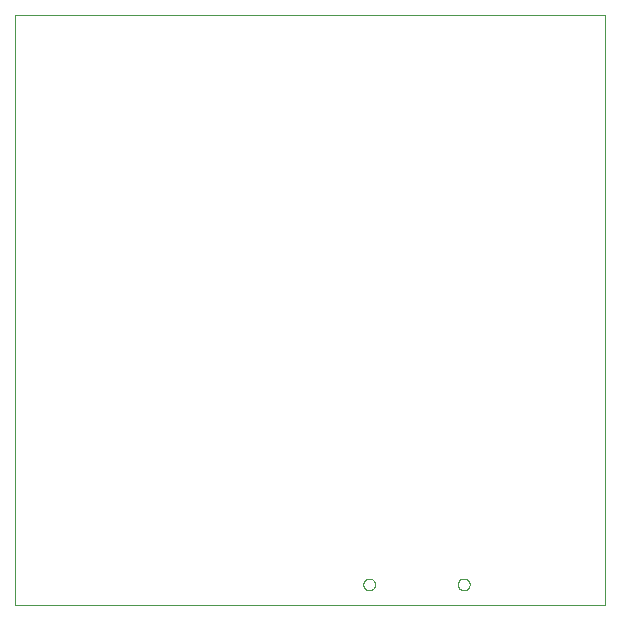
<source format=gtp>
G75*
%MOIN*%
%OFA0B0*%
%FSLAX25Y25*%
%IPPOS*%
%LPD*%
%AMOC8*
5,1,8,0,0,1.08239X$1,22.5*
%
%ADD10C,0.00000*%
D10*
X0005060Y0017235D02*
X0005060Y0214086D01*
X0201910Y0214086D01*
X0201910Y0017235D01*
X0005060Y0017235D01*
X0121241Y0024172D02*
X0121243Y0024260D01*
X0121249Y0024348D01*
X0121259Y0024436D01*
X0121273Y0024524D01*
X0121290Y0024610D01*
X0121312Y0024696D01*
X0121337Y0024780D01*
X0121367Y0024864D01*
X0121399Y0024946D01*
X0121436Y0025026D01*
X0121476Y0025105D01*
X0121520Y0025182D01*
X0121567Y0025257D01*
X0121617Y0025329D01*
X0121671Y0025400D01*
X0121727Y0025467D01*
X0121787Y0025533D01*
X0121849Y0025595D01*
X0121915Y0025655D01*
X0121982Y0025711D01*
X0122053Y0025765D01*
X0122125Y0025815D01*
X0122200Y0025862D01*
X0122277Y0025906D01*
X0122356Y0025946D01*
X0122436Y0025983D01*
X0122518Y0026015D01*
X0122602Y0026045D01*
X0122686Y0026070D01*
X0122772Y0026092D01*
X0122858Y0026109D01*
X0122946Y0026123D01*
X0123034Y0026133D01*
X0123122Y0026139D01*
X0123210Y0026141D01*
X0123298Y0026139D01*
X0123386Y0026133D01*
X0123474Y0026123D01*
X0123562Y0026109D01*
X0123648Y0026092D01*
X0123734Y0026070D01*
X0123818Y0026045D01*
X0123902Y0026015D01*
X0123984Y0025983D01*
X0124064Y0025946D01*
X0124143Y0025906D01*
X0124220Y0025862D01*
X0124295Y0025815D01*
X0124367Y0025765D01*
X0124438Y0025711D01*
X0124505Y0025655D01*
X0124571Y0025595D01*
X0124633Y0025533D01*
X0124693Y0025467D01*
X0124749Y0025400D01*
X0124803Y0025329D01*
X0124853Y0025257D01*
X0124900Y0025182D01*
X0124944Y0025105D01*
X0124984Y0025026D01*
X0125021Y0024946D01*
X0125053Y0024864D01*
X0125083Y0024780D01*
X0125108Y0024696D01*
X0125130Y0024610D01*
X0125147Y0024524D01*
X0125161Y0024436D01*
X0125171Y0024348D01*
X0125177Y0024260D01*
X0125179Y0024172D01*
X0125177Y0024084D01*
X0125171Y0023996D01*
X0125161Y0023908D01*
X0125147Y0023820D01*
X0125130Y0023734D01*
X0125108Y0023648D01*
X0125083Y0023564D01*
X0125053Y0023480D01*
X0125021Y0023398D01*
X0124984Y0023318D01*
X0124944Y0023239D01*
X0124900Y0023162D01*
X0124853Y0023087D01*
X0124803Y0023015D01*
X0124749Y0022944D01*
X0124693Y0022877D01*
X0124633Y0022811D01*
X0124571Y0022749D01*
X0124505Y0022689D01*
X0124438Y0022633D01*
X0124367Y0022579D01*
X0124295Y0022529D01*
X0124220Y0022482D01*
X0124143Y0022438D01*
X0124064Y0022398D01*
X0123984Y0022361D01*
X0123902Y0022329D01*
X0123818Y0022299D01*
X0123734Y0022274D01*
X0123648Y0022252D01*
X0123562Y0022235D01*
X0123474Y0022221D01*
X0123386Y0022211D01*
X0123298Y0022205D01*
X0123210Y0022203D01*
X0123122Y0022205D01*
X0123034Y0022211D01*
X0122946Y0022221D01*
X0122858Y0022235D01*
X0122772Y0022252D01*
X0122686Y0022274D01*
X0122602Y0022299D01*
X0122518Y0022329D01*
X0122436Y0022361D01*
X0122356Y0022398D01*
X0122277Y0022438D01*
X0122200Y0022482D01*
X0122125Y0022529D01*
X0122053Y0022579D01*
X0121982Y0022633D01*
X0121915Y0022689D01*
X0121849Y0022749D01*
X0121787Y0022811D01*
X0121727Y0022877D01*
X0121671Y0022944D01*
X0121617Y0023015D01*
X0121567Y0023087D01*
X0121520Y0023162D01*
X0121476Y0023239D01*
X0121436Y0023318D01*
X0121399Y0023398D01*
X0121367Y0023480D01*
X0121337Y0023564D01*
X0121312Y0023648D01*
X0121290Y0023734D01*
X0121273Y0023820D01*
X0121259Y0023908D01*
X0121249Y0023996D01*
X0121243Y0024084D01*
X0121241Y0024172D01*
X0152737Y0024172D02*
X0152739Y0024260D01*
X0152745Y0024348D01*
X0152755Y0024436D01*
X0152769Y0024524D01*
X0152786Y0024610D01*
X0152808Y0024696D01*
X0152833Y0024780D01*
X0152863Y0024864D01*
X0152895Y0024946D01*
X0152932Y0025026D01*
X0152972Y0025105D01*
X0153016Y0025182D01*
X0153063Y0025257D01*
X0153113Y0025329D01*
X0153167Y0025400D01*
X0153223Y0025467D01*
X0153283Y0025533D01*
X0153345Y0025595D01*
X0153411Y0025655D01*
X0153478Y0025711D01*
X0153549Y0025765D01*
X0153621Y0025815D01*
X0153696Y0025862D01*
X0153773Y0025906D01*
X0153852Y0025946D01*
X0153932Y0025983D01*
X0154014Y0026015D01*
X0154098Y0026045D01*
X0154182Y0026070D01*
X0154268Y0026092D01*
X0154354Y0026109D01*
X0154442Y0026123D01*
X0154530Y0026133D01*
X0154618Y0026139D01*
X0154706Y0026141D01*
X0154794Y0026139D01*
X0154882Y0026133D01*
X0154970Y0026123D01*
X0155058Y0026109D01*
X0155144Y0026092D01*
X0155230Y0026070D01*
X0155314Y0026045D01*
X0155398Y0026015D01*
X0155480Y0025983D01*
X0155560Y0025946D01*
X0155639Y0025906D01*
X0155716Y0025862D01*
X0155791Y0025815D01*
X0155863Y0025765D01*
X0155934Y0025711D01*
X0156001Y0025655D01*
X0156067Y0025595D01*
X0156129Y0025533D01*
X0156189Y0025467D01*
X0156245Y0025400D01*
X0156299Y0025329D01*
X0156349Y0025257D01*
X0156396Y0025182D01*
X0156440Y0025105D01*
X0156480Y0025026D01*
X0156517Y0024946D01*
X0156549Y0024864D01*
X0156579Y0024780D01*
X0156604Y0024696D01*
X0156626Y0024610D01*
X0156643Y0024524D01*
X0156657Y0024436D01*
X0156667Y0024348D01*
X0156673Y0024260D01*
X0156675Y0024172D01*
X0156673Y0024084D01*
X0156667Y0023996D01*
X0156657Y0023908D01*
X0156643Y0023820D01*
X0156626Y0023734D01*
X0156604Y0023648D01*
X0156579Y0023564D01*
X0156549Y0023480D01*
X0156517Y0023398D01*
X0156480Y0023318D01*
X0156440Y0023239D01*
X0156396Y0023162D01*
X0156349Y0023087D01*
X0156299Y0023015D01*
X0156245Y0022944D01*
X0156189Y0022877D01*
X0156129Y0022811D01*
X0156067Y0022749D01*
X0156001Y0022689D01*
X0155934Y0022633D01*
X0155863Y0022579D01*
X0155791Y0022529D01*
X0155716Y0022482D01*
X0155639Y0022438D01*
X0155560Y0022398D01*
X0155480Y0022361D01*
X0155398Y0022329D01*
X0155314Y0022299D01*
X0155230Y0022274D01*
X0155144Y0022252D01*
X0155058Y0022235D01*
X0154970Y0022221D01*
X0154882Y0022211D01*
X0154794Y0022205D01*
X0154706Y0022203D01*
X0154618Y0022205D01*
X0154530Y0022211D01*
X0154442Y0022221D01*
X0154354Y0022235D01*
X0154268Y0022252D01*
X0154182Y0022274D01*
X0154098Y0022299D01*
X0154014Y0022329D01*
X0153932Y0022361D01*
X0153852Y0022398D01*
X0153773Y0022438D01*
X0153696Y0022482D01*
X0153621Y0022529D01*
X0153549Y0022579D01*
X0153478Y0022633D01*
X0153411Y0022689D01*
X0153345Y0022749D01*
X0153283Y0022811D01*
X0153223Y0022877D01*
X0153167Y0022944D01*
X0153113Y0023015D01*
X0153063Y0023087D01*
X0153016Y0023162D01*
X0152972Y0023239D01*
X0152932Y0023318D01*
X0152895Y0023398D01*
X0152863Y0023480D01*
X0152833Y0023564D01*
X0152808Y0023648D01*
X0152786Y0023734D01*
X0152769Y0023820D01*
X0152755Y0023908D01*
X0152745Y0023996D01*
X0152739Y0024084D01*
X0152737Y0024172D01*
M02*

</source>
